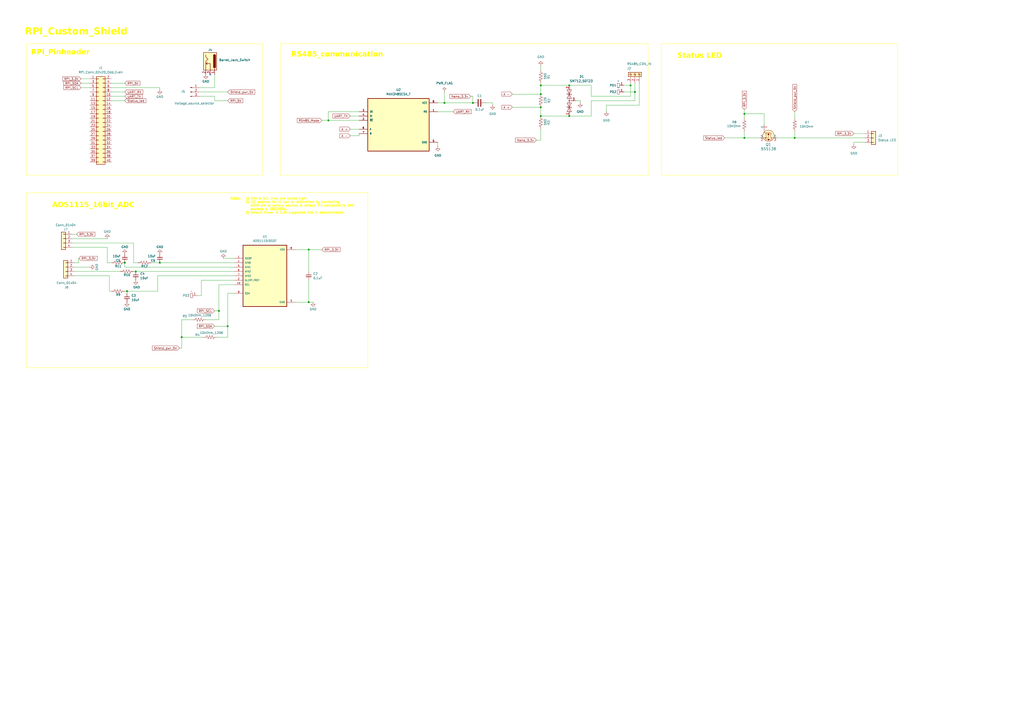
<source format=kicad_sch>
(kicad_sch (version 20231120) (generator "eeschema") (generator_version "8.0")
  (paper "A2")
  (lib_symbols
    (symbol "8_channel_logic_level_convertor:PWR_FLAG" (power) (pin_numbers hide) (pin_names (offset 0) hide)
      (property "Value" "PWR_FLAG" (at 0 3.81 0))
      (symbol "PWR_FLAG_0_0"
        (pin power_out line (at 0 0 90) (length 0) (name "pwr") (number "1"))
      )
      (symbol "PWR_FLAG_0_1"
        (polyline (pts (xy 0 0) (xy 0 1.27) (xy -1.016 1.905) (xy 0 2.54) (xy 1.016 1.905) (xy 0 1.27)))
      )
    )
    (symbol "ADS1115IDGST:ADS1115IDGST" (pin_names (offset 1.016))
      (property "Reference" "U" (at -12.7 18.78 0))
      (property "Value" "ADS1115IDGST" (at -12.7 -21.78 0))
      (symbol "ADS1115IDGST_0_0"
        (rectangle (start -12.7 -17.78) (end 12.7 17.78) (stroke (width 0.41)) (fill (type background)))
        (pin input line (at -17.78 10.16 0) (length 5.08) (name "ADDR") (number "1"))
        (pin input line (at -17.78 -5.08 0) (length 5.08) (name "SCL") (number "10"))
        (pin input line (at -17.78 -2.54 0) (length 5.08) (name "ALERT/RDY") (number "2"))
        (pin power_in line (at 17.78 -15.24 180) (length 5.08) (name "GND") (number "3"))
        (pin input line (at -17.78 7.62 0) (length 5.08) (name "AIN0") (number "4"))
        (pin input line (at -17.78 5.08 0) (length 5.08) (name "AIN1") (number "5"))
        (pin input line (at -17.78 2.54 0) (length 5.08) (name "AIN2") (number "6"))
        (pin input line (at -17.78 0 0) (length 5.08) (name "AIN3") (number "7"))
        (pin power_in line (at 17.78 15.24 180) (length 5.08) (name "VDD") (number "8"))
        (pin bidirectional line (at -17.78 -10.16 0) (length 5.08) (name "SDA") (number "9"))
      )
    )
    (symbol "Connector:Barrel_Jack_Switch" (pin_names hide)
      (property "Reference" "J" (at 0 5.334 0))
      (property "Value" "Barrel_Jack_Switch" (at 0 -5.08 0))
      (symbol "Barrel_Jack_Switch_0_1"
        (rectangle (start -5.08 3.81) (end 5.08 -3.81) (stroke (width 0.254)) (fill (type background)))
        (arc (start -3.302 3.175) (mid -3.9343 2.54) (end -3.302 1.905) (stroke (width 0.254)))
        (arc (start -3.302 3.175) (mid -3.9343 2.54) (end -3.302 1.905) (stroke (width 0.254)) (fill (type outline)))
        (polyline (pts (xy 1.27 -2.286) (xy 1.905 -1.651)) (stroke (width 0.254)))
        (polyline (pts (xy 5.08 2.54) (xy 3.81 2.54)) (stroke (width 0.254)))
        (polyline (pts (xy 5.08 0) (xy 1.27 0) (xy 1.27 -2.286) (xy 0.635 -1.651)) (stroke (width 0.254)))
        (polyline (pts (xy -3.81 -2.54) (xy -2.54 -2.54) (xy -1.27 -1.27) (xy 0 -2.54) (xy 2.54 -2.54) (xy 5.08 -2.54)) (stroke (width 0.254)))
        (rectangle (start 3.683 3.175) (end -3.302 1.905) (stroke (width 0.254)) (fill (type outline)))
      )
      (symbol "Barrel_Jack_Switch_1_1"
        (pin passive line (at 7.62 2.54 180) (length 2.54) (name "~") (number "1"))
        (pin passive line (at 7.62 -2.54 180) (length 2.54) (name "~") (number "2"))
        (pin passive line (at 7.62 0 180) (length 2.54) (name "~") (number "3"))
      )
    )
    (symbol "Connector:Conn_01x03_Pin" (pin_names (offset 1.016) hide)
      (property "Reference" "J" (at 0 5.08 0))
      (property "Value" "Conn_01x03_Pin" (at 0 -5.08 0))
      (symbol "Conn_01x03_Pin_1_1"
        (polyline (pts (xy 1.27 -2.54) (xy 0.8636 -2.54)) (stroke (width 0.1524)))
        (polyline (pts (xy 1.27 0) (xy 0.8636 0)) (stroke (width 0.1524)))
        (polyline (pts (xy 1.27 2.54) (xy 0.8636 2.54)) (stroke (width 0.1524)))
        (rectangle (start 0.8636 -2.413) (end 0 -2.667) (stroke (width 0.1524)) (fill (type outline)))
        (rectangle (start 0.8636 0.127) (end 0 -0.127) (stroke (width 0.1524)) (fill (type outline)))
        (rectangle (start 0.8636 2.667) (end 0 2.413) (stroke (width 0.1524)) (fill (type outline)))
        (pin passive line (at 5.08 2.54 180) (length 3.81) (name "Pin_1") (number "1"))
        (pin passive line (at 5.08 0 180) (length 3.81) (name "Pin_2") (number "2"))
        (pin passive line (at 5.08 -2.54 180) (length 3.81) (name "Pin_3") (number "3"))
      )
    )
    (symbol "Connector:Screw_Terminal_01x03" (pin_names (offset 1.016) hide)
      (property "Reference" "J" (at 0 5.08 0))
      (property "Value" "Screw_Terminal_01x03" (at 0 -5.08 0))
      (symbol "Screw_Terminal_01x03_1_1"
        (rectangle (start -1.27 3.81) (end 1.27 -3.81) (stroke (width 0.254)) (fill (type background)))
        (circle (center 0 -2.54) (radius 0.635) (stroke (width 0.1524)))
        (polyline (pts (xy -0.5334 -2.2098) (xy 0.3302 -3.048)) (stroke (width 0.1524)))
        (polyline (pts (xy -0.5334 0.3302) (xy 0.3302 -0.508)) (stroke (width 0.1524)))
        (polyline (pts (xy -0.5334 2.8702) (xy 0.3302 2.032)) (stroke (width 0.1524)))
        (polyline (pts (xy -0.3556 -2.032) (xy 0.508 -2.8702)) (stroke (width 0.1524)))
        (polyline (pts (xy -0.3556 0.508) (xy 0.508 -0.3302)) (stroke (width 0.1524)))
        (polyline (pts (xy -0.3556 3.048) (xy 0.508 2.2098)) (stroke (width 0.1524)))
        (circle (center 0 0) (radius 0.635) (stroke (width 0.1524)))
        (circle (center 0 2.54) (radius 0.635) (stroke (width 0.1524)))
        (pin passive line (at -5.08 2.54 0) (length 3.81) (name "Pin_1") (number "1"))
        (pin passive line (at -5.08 0 0) (length 3.81) (name "Pin_2") (number "2"))
        (pin passive line (at -5.08 -2.54 0) (length 3.81) (name "Pin_3") (number "3"))
      )
    )
    (symbol "Connector_Generic:Conn_01x03" (pin_names (offset 1.016) hide)
      (property "Reference" "J" (at 0 5.08 0))
      (property "Value" "Conn_01x03" (at 0 -5.08 0))
      (symbol "Conn_01x03_1_1"
        (rectangle (start -1.27 -2.413) (end 0 -2.667) (stroke (width 0.1524)))
        (rectangle (start -1.27 0.127) (end 0 -0.127) (stroke (width 0.1524)))
        (rectangle (start -1.27 2.667) (end 0 2.413) (stroke (width 0.1524)))
        (rectangle (start -1.27 3.81) (end 1.27 -3.81) (stroke (width 0.254)) (fill (type background)))
        (pin passive line (at -5.08 2.54 0) (length 3.81) (name "Pin_1") (number "1"))
        (pin passive line (at -5.08 0 0) (length 3.81) (name "Pin_2") (number "2"))
        (pin passive line (at -5.08 -2.54 0) (length 3.81) (name "Pin_3") (number "3"))
      )
    )
    (symbol "Connector_Generic:Conn_01x04" (pin_names (offset 1.016) hide)
      (property "Reference" "J" (at 0 5.08 0))
      (property "Value" "Conn_01x04" (at 0 -7.62 0))
      (symbol "Conn_01x04_1_1"
        (rectangle (start -1.27 -4.953) (end 0 -5.207) (stroke (width 0.1524)))
        (rectangle (start -1.27 -2.413) (end 0 -2.667) (stroke (width 0.1524)))
        (rectangle (start -1.27 0.127) (end 0 -0.127) (stroke (width 0.1524)))
        (rectangle (start -1.27 2.667) (end 0 2.413) (stroke (width 0.1524)))
        (rectangle (start -1.27 3.81) (end 1.27 -6.35) (stroke (width 0.254)) (fill (type background)))
        (pin passive line (at -5.08 2.54 0) (length 3.81) (name "Pin_1") (number "1"))
        (pin passive line (at -5.08 0 0) (length 3.81) (name "Pin_2") (number "2"))
        (pin passive line (at -5.08 -2.54 0) (length 3.81) (name "Pin_3") (number "3"))
        (pin passive line (at -5.08 -5.08 0) (length 3.81) (name "Pin_4") (number "4"))
      )
    )
    (symbol "Connector_Generic:Conn_02x20_Odd_Even" (pin_names (offset 1.016) hide)
      (property "Reference" "J" (at 1.27 25.4 0))
      (property "Value" "Conn_02x20_Odd_Even" (at 1.27 -27.94 0))
      (symbol "Conn_02x20_Odd_Even_1_1"
        (rectangle (start -1.27 -25.273) (end 0 -25.527) (stroke (width 0.1524)))
        (rectangle (start -1.27 -22.733) (end 0 -22.987) (stroke (width 0.1524)))
        (rectangle (start -1.27 -20.193) (end 0 -20.447) (stroke (width 0.1524)))
        (rectangle (start -1.27 -17.653) (end 0 -17.907) (stroke (width 0.1524)))
        (rectangle (start -1.27 -15.113) (end 0 -15.367) (stroke (width 0.1524)))
        (rectangle (start -1.27 -12.573) (end 0 -12.827) (stroke (width 0.1524)))
        (rectangle (start -1.27 -10.033) (end 0 -10.287) (stroke (width 0.1524)))
        (rectangle (start -1.27 -7.493) (end 0 -7.747) (stroke (width 0.1524)))
        (rectangle (start -1.27 -4.953) (end 0 -5.207) (stroke (width 0.1524)))
        (rectangle (start -1.27 -2.413) (end 0 -2.667) (stroke (width 0.1524)))
        (rectangle (start -1.27 0.127) (end 0 -0.127) (stroke (width 0.1524)))
        (rectangle (start -1.27 2.667) (end 0 2.413) (stroke (width 0.1524)))
        (rectangle (start -1.27 5.207) (end 0 4.953) (stroke (width 0.1524)))
        (rectangle (start -1.27 7.747) (end 0 7.493) (stroke (width 0.1524)))
        (rectangle (start -1.27 10.287) (end 0 10.033) (stroke (width 0.1524)))
        (rectangle (start -1.27 12.827) (end 0 12.573) (stroke (width 0.1524)))
        (rectangle (start -1.27 15.367) (end 0 15.113) (stroke (width 0.1524)))
        (rectangle (start -1.27 17.907) (end 0 17.653) (stroke (width 0.1524)))
        (rectangle (start -1.27 20.447) (end 0 20.193) (stroke (width 0.1524)))
        (rectangle (start -1.27 22.987) (end 0 22.733) (stroke (width 0.1524)))
        (rectangle (start -1.27 24.13) (end 3.81 -26.67) (stroke (width 0.254)) (fill (type background)))
        (rectangle (start 3.81 -25.273) (end 2.54 -25.527) (stroke (width 0.1524)))
        (rectangle (start 3.81 -22.733) (end 2.54 -22.987) (stroke (width 0.1524)))
        (rectangle (start 3.81 -20.193) (end 2.54 -20.447) (stroke (width 0.1524)))
        (rectangle (start 3.81 -17.653) (end 2.54 -17.907) (stroke (width 0.1524)))
        (rectangle (start 3.81 -15.113) (end 2.54 -15.367) (stroke (width 0.1524)))
        (rectangle (start 3.81 -12.573) (end 2.54 -12.827) (stroke (width 0.1524)))
        (rectangle (start 3.81 -10.033) (end 2.54 -10.287) (stroke (width 0.1524)))
        (rectangle (start 3.81 -7.493) (end 2.54 -7.747) (stroke (width 0.1524)))
        (rectangle (start 3.81 -4.953) (end 2.54 -5.207) (stroke (width 0.1524)))
        (rectangle (start 3.81 -2.413) (end 2.54 -2.667) (stroke (width 0.1524)))
        (rectangle (start 3.81 0.127) (end 2.54 -0.127) (stroke (width 0.1524)))
        (rectangle (start 3.81 2.667) (end 2.54 2.413) (stroke (width 0.1524)))
        (rectangle (start 3.81 5.207) (end 2.54 4.953) (stroke (width 0.1524)))
        (rectangle (start 3.81 7.747) (end 2.54 7.493) (stroke (width 0.1524)))
        (rectangle (start 3.81 10.287) (end 2.54 10.033) (stroke (width 0.1524)))
        (rectangle (start 3.81 12.827) (end 2.54 12.573) (stroke (width 0.1524)))
        (rectangle (start 3.81 15.367) (end 2.54 15.113) (stroke (width 0.1524)))
        (rectangle (start 3.81 17.907) (end 2.54 17.653) (stroke (width 0.1524)))
        (rectangle (start 3.81 20.447) (end 2.54 20.193) (stroke (width 0.1524)))
        (rectangle (start 3.81 22.987) (end 2.54 22.733) (stroke (width 0.1524)))
        (pin passive line (at -5.08 22.86 0) (length 3.81) (name "Pin_1") (number "1"))
        (pin passive line (at 7.62 12.7 180) (length 3.81) (name "Pin_10") (number "10"))
        (pin passive line (at -5.08 10.16 0) (length 3.81) (name "Pin_11") (number "11"))
        (pin passive line (at 7.62 10.16 180) (length 3.81) (name "Pin_12") (number "12"))
        (pin passive line (at -5.08 7.62 0) (length 3.81) (name "Pin_13") (number "13"))
        (pin passive line (at 7.62 7.62 180) (length 3.81) (name "Pin_14") (number "14"))
        (pin passive line (at -5.08 5.08 0) (length 3.81) (name "Pin_15") (number "15"))
        (pin passive line (at 7.62 5.08 180) (length 3.81) (name "Pin_16") (number "16"))
        (pin passive line (at -5.08 2.54 0) (length 3.81) (name "Pin_17") (number "17"))
        (pin passive line (at 7.62 2.54 180) (length 3.81) (name "Pin_18") (number "18"))
        (pin passive line (at -5.08 0 0) (length 3.81) (name "Pin_19") (number "19"))
        (pin passive line (at 7.62 22.86 180) (length 3.81) (name "Pin_2") (number "2"))
        (pin passive line (at 7.62 0 180) (length 3.81) (name "Pin_20") (number "20"))
        (pin passive line (at -5.08 -2.54 0) (length 3.81) (name "Pin_21") (number "21"))
        (pin passive line (at 7.62 -2.54 180) (length 3.81) (name "Pin_22") (number "22"))
        (pin passive line (at -5.08 -5.08 0) (length 3.81) (name "Pin_23") (number "23"))
        (pin passive line (at 7.62 -5.08 180) (length 3.81) (name "Pin_24") (number "24"))
        (pin passive line (at -5.08 -7.62 0) (length 3.81) (name "Pin_25") (number "25"))
        (pin passive line (at 7.62 -7.62 180) (length 3.81) (name "Pin_26") (number "26"))
        (pin passive line (at -5.08 -10.16 0) (length 3.81) (name "Pin_27") (number "27"))
        (pin passive line (at 7.62 -10.16 180) (length 3.81) (name "Pin_28") (number "28"))
        (pin passive line (at -5.08 -12.7 0) (length 3.81) (name "Pin_29") (number "29"))
        (pin passive line (at -5.08 20.32 0) (length 3.81) (name "Pin_3") (number "3"))
        (pin passive line (at 7.62 -12.7 180) (length 3.81) (name "Pin_30") (number "30"))
        (pin passive line (at -5.08 -15.24 0) (length 3.81) (name "Pin_31") (number "31"))
        (pin passive line (at 7.62 -15.24 180) (length 3.81) (name "Pin_32") (number "32"))
        (pin passive line (at -5.08 -17.78 0) (length 3.81) (name "Pin_33") (number "33"))
        (pin passive line (at 7.62 -17.78 180) (length 3.81) (name "Pin_34") (number "34"))
        (pin passive line (at -5.08 -20.32 0) (length 3.81) (name "Pin_35") (number "35"))
        (pin passive line (at 7.62 -20.32 180) (length 3.81) (name "Pin_36") (number "36"))
        (pin passive line (at -5.08 -22.86 0) (length 3.81) (name "Pin_37") (number "37"))
        (pin passive line (at 7.62 -22.86 180) (length 3.81) (name "Pin_38") (number "38"))
        (pin passive line (at -5.08 -25.4 0) (length 3.81) (name "Pin_39") (number "39"))
        (pin passive line (at 7.62 20.32 180) (length 3.81) (name "Pin_4") (number "4"))
        (pin passive line (at 7.62 -25.4 180) (length 3.81) (name "Pin_40") (number "40"))
        (pin passive line (at -5.08 17.78 0) (length 3.81) (name "Pin_5") (number "5"))
        (pin passive line (at 7.62 17.78 180) (length 3.81) (name "Pin_6") (number "6"))
        (pin passive line (at -5.08 15.24 0) (length 3.81) (name "Pin_7") (number "7"))
        (pin passive line (at 7.62 15.24 180) (length 3.81) (name "Pin_8") (number "8"))
        (pin passive line (at -5.08 12.7 0) (length 3.81) (name "Pin_9") (number "9"))
      )
    )
    (symbol "Device:C" (pin_numbers hide) (pin_names (offset 0.254))
      (property "Reference" "C" (at 0.635 2.54 0))
      (property "Value" "C" (at 0.635 -2.54 0))
      (symbol "C_0_1"
        (polyline (pts (xy -2.032 -0.762) (xy 2.032 -0.762)) (stroke (width 0.508)))
        (polyline (pts (xy -2.032 0.762) (xy 2.032 0.762)) (stroke (width 0.508)))
      )
      (symbol "C_1_1"
        (pin passive line (at 0 3.81 270) (length 2.794) (name "~") (number "1"))
        (pin passive line (at 0 -3.81 90) (length 2.794) (name "~") (number "2"))
      )
    )
    (symbol "Device:C_Small" (pin_numbers hide) (pin_names (offset 0.254) hide)
      (property "Reference" "C" (at 0.254 1.778 0))
      (property "Value" "C_Small" (at 0.254 -2.032 0))
      (symbol "C_Small_0_1"
        (polyline (pts (xy -1.524 -0.508) (xy 1.524 -0.508)) (stroke (width 0.3302)))
        (polyline (pts (xy -1.524 0.508) (xy 1.524 0.508)) (stroke (width 0.3048)))
      )
      (symbol "C_Small_1_1"
        (pin passive line (at 0 2.54 270) (length 2.032) (name "~") (number "1"))
        (pin passive line (at 0 -2.54 90) (length 2.032) (name "~") (number "2"))
      )
    )
    (symbol "Device:R_US" (pin_numbers hide) (pin_names (offset 0))
      (property "Reference" "R" (at 2.54 0 90))
      (property "Value" "R_US" (at -2.54 0 90))
      (symbol "R_US_0_1"
        (polyline (pts (xy 0 -2.286) (xy 0 -2.54)))
        (polyline (pts (xy 0 2.286) (xy 0 2.54)))
        (polyline (pts (xy 0 -0.762) (xy 1.016 -1.143) (xy 0 -1.524) (xy -1.016 -1.905) (xy 0 -2.286)))
        (polyline (pts (xy 0 0.762) (xy 1.016 0.381) (xy 0 0) (xy -1.016 -0.381) (xy 0 -0.762)))
        (polyline (pts (xy 0 2.286) (xy 1.016 1.905) (xy 0 1.524) (xy -1.016 1.143) (xy 0 0.762)))
      )
      (symbol "R_US_1_1"
        (pin passive line (at 0 3.81 270) (length 1.27) (name "~") (number "1"))
        (pin passive line (at 0 -3.81 90) (length 1.27) (name "~") (number "2"))
      )
    )
    (symbol "Diode:SM712_SOT23" (pin_names (offset 1.016) hide)
      (property "Reference" "D" (at 0 4.445 0))
      (property "Value" "SM712_SOT23" (at 0 2.54 0))
      (symbol "SM712_SOT23_0_0"
        (polyline (pts (xy 0 -1.27) (xy 0 0)))
      )
      (symbol "SM712_SOT23_0_1"
        (polyline (pts (xy -6.35 0) (xy 6.35 0)))
        (polyline (pts (xy -3.302 1.27) (xy -3.81 1.27) (xy -3.81 -1.27) (xy -4.318 -1.27)) (stroke (width 0.2032)))
        (polyline (pts (xy 4.318 1.27) (xy 3.81 1.27) (xy 3.81 -1.27) (xy 3.302 -1.27)) (stroke (width 0.2032)))
        (polyline (pts (xy -6.35 -1.27) (xy -1.27 1.27) (xy -1.27 -1.27) (xy -6.35 1.27) (xy -6.35 -1.27)) (stroke (width 0.2032)))
        (polyline (pts (xy 1.27 -1.27) (xy 1.27 1.27) (xy 6.35 -1.27) (xy 6.35 1.27) (xy 1.27 -1.27)) (stroke (width 0.2032)))
        (circle (center 0 0) (radius 0.254) (fill (type outline)))
      )
      (symbol "SM712_SOT23_1_1"
        (pin passive line (at -8.89 0 0) (length 2.54) (name "A1") (number "1"))
        (pin passive line (at 8.89 0 180) (length 2.54) (name "A2") (number "2"))
        (pin input line (at 0 -3.81 90) (length 2.54) (name "common") (number "3"))
      )
    )
    (symbol "MAX3485:MAX3485ESA_T" (pin_names (offset 1.016))
      (property "Reference" "U" (at -17.78 16.24 0))
      (property "Value" "MAX3485ESA_T" (at -17.78 -19.24 0))
      (symbol "MAX3485ESA_T_0_0"
        (rectangle (start -17.78 -15.24) (end 17.78 15.24) (stroke (width 0.41)) (fill (type background)))
        (pin output line (at 22.86 7.62 180) (length 5.08) (name "RO") (number "1"))
        (pin input line (at -22.86 2.54 0) (length 5.08) (name "~{RE}") (number "2"))
        (pin input line (at -22.86 7.62 0) (length 5.08) (name "DE") (number "3"))
        (pin input line (at -22.86 5.08 0) (length 5.08) (name "DI") (number "4"))
        (pin power_in line (at 22.86 -10.16 180) (length 5.08) (name "GND") (number "5"))
        (pin bidirectional line (at -22.86 -2.54 0) (length 5.08) (name "A") (number "6"))
        (pin bidirectional line (at -22.86 -5.08 0) (length 5.08) (name "B") (number "7"))
        (pin power_in line (at 22.86 12.7 180) (length 5.08) (name "VCC") (number "8"))
      )
    )
    (symbol "Soldering_pad_5.0x5.0mm:soldering_pad"
      (property "Reference" "PD" (at -0.508 2.286 0))
      (symbol "soldering_pad_0_1"
        (rectangle (start -1.27 1.27) (end 0 -1.27))
      )
      (symbol "soldering_pad_1_1"
        (pin bidirectional line (at -3.81 0 0) (length 2.54) (name "") (number "1"))
      )
    )
    (symbol "dk_Transistors-FETs-MOSFETs-Single:BSS138" (pin_names (offset 0))
      (property "Reference" "Q" (at -2.6924 3.6322 0))
      (property "Value" "BSS138" (at 3.4544 0 90))
      (symbol "BSS138_0_1"
        (circle (center -1.27 0) (radius 3.302) (fill (type background)))
        (circle (center 0 -1.905) (radius 0.127))
        (circle (center 0 -1.397) (radius 0.127))
        (polyline (pts (xy 0 -1.397) (xy -2.54 -1.397)))
        (polyline (pts (xy -5.08 -2.54) (xy -3.048 -2.54) (xy -3.048 1.397)))
        (polyline (pts (xy 0 -2.54) (xy 0 0) (xy -2.54 0)))
        (polyline (pts (xy 0 2.54) (xy 0 1.397) (xy -2.54 1.397)))
        (polyline (pts (xy -0.127 -1.905) (xy 1.016 -1.905) (xy 1.016 1.397) (xy 1.016 1.905) (xy -0.127 1.905)))
        (circle (center 0 1.905) (radius 0.127))
      )
      (symbol "BSS138_1_1"
        (polyline (pts (xy -2.54 -1.397) (xy -2.54 -1.905)))
        (polyline (pts (xy -2.54 -1.397) (xy -2.54 -0.889)))
        (polyline (pts (xy -2.54 0) (xy -2.54 -0.508)))
        (polyline (pts (xy -2.54 0) (xy -2.54 0.508)))
        (polyline (pts (xy -2.54 1.905) (xy -2.54 0.889)))
        (polyline (pts (xy 1.524 0.508) (xy 0.508 0.508)))
        (polyline (pts (xy -2.54 0) (xy -1.778 0.508) (xy -1.778 -0.508) (xy -2.54 0)) (fill (type outline)))
        (polyline (pts (xy 1.016 0.508) (xy 0.508 -0.254) (xy 1.524 -0.254) (xy 1.016 0.508)) (fill (type outline)))
        (pin bidirectional line (at -7.62 -2.54 0) (length 2.54) (name "G") (number "1"))
        (pin bidirectional line (at 0 -5.08 90) (length 2.54) (name "S") (number "2"))
        (pin bidirectional line (at 0 5.08 270) (length 2.54) (name "D") (number "3"))
      )
    )
    (symbol "power:GND" (power) (pin_numbers hide) (pin_names (offset 0) hide)
      (property "Value" "GND" (at 0 -3.81 0))
      (symbol "GND_0_1"
        (polyline (pts (xy 0 0) (xy 0 -1.27) (xy 1.27 -1.27) (xy 0 -2.54) (xy -1.27 -1.27) (xy 0 -1.27)))
      )
      (symbol "GND_1_1"
        (pin power_in line (at 0 0 270) (length 0) (name "~") (number "1"))
      )
    )
  )
  (junction (at 368.3 53.34))
  (junction (at 313.69 67.31))
  (junction (at 431.8 66.04))
  (junction (at 179.07 175.26))
  (junction (at 72.39 152.4))
  (junction (at 92.71 152.4))
  (junction (at 313.69 49.53))
  (junction (at 257.81 59.69))
  (junction (at 274.32 59.69))
  (junction (at 431.8 80.01))
  (junction (at 330.2 49.53))
  (junction (at 127 180.34))
  (junction (at 179.07 144.78))
  (junction (at 73.66 168.91))
  (junction (at 365.76 49.53))
  (junction (at 313.69 54.61))
  (junction (at 313.69 62.23))
  (junction (at 461.01 80.01))
  (junction (at 105.41 195.58))
  (junction (at 78.74 157.48))
  (junction (at 190.5 69.85))
  (junction (at 132.08 189.23))
  (junction (at 330.2 67.31))
  (no_connect (at 121.92 43.18))
  (wire (pts (xy 297.18 54.61) (xy 313.69 54.61)))
  (wire (pts (xy 461.01 76.2) (xy 461.01 80.01)))
  (wire (pts (xy 124.46 189.23) (xy 132.08 189.23)))
  (wire (pts (xy 351.79 64.77) (xy 351.79 60.96)))
  (wire (pts (xy 46.99 50.8) (xy 52.07 50.8)))
  (wire (pts (xy 127 185.42) (xy 127 180.34)))
  (wire (pts (xy 46.99 45.72) (xy 52.07 45.72)))
  (wire (pts (xy 132.08 189.23) (xy 132.08 195.58)))
  (wire (pts (xy 132.08 170.18) (xy 135.89 170.18)))
  (wire (pts (xy 45.72 149.86) (xy 45.72 152.4)))
  (wire (pts (xy 443.23 66.04) (xy 443.23 72.39)))
  (wire (pts (xy 62.23 143.51) (xy 62.23 152.4)))
  (wire (pts (xy 361.95 53.34) (xy 368.3 53.34)))
  (wire (pts (xy 431.8 66.04) (xy 431.8 68.58)))
  (wire (pts (xy 124.46 58.42) (xy 124.46 55.88)))
  (wire (pts (xy 179.07 162.56) (xy 179.07 175.26)))
  (wire (pts (xy 45.72 152.4) (xy 43.18 152.4)))
  (wire (pts (xy 365.76 49.53) (xy 365.76 48.26)))
  (wire (pts (xy 342.9 55.88) (xy 365.76 55.88)))
  (wire (pts (xy 72.39 154.94) (xy 135.89 154.94)))
  (wire (pts (xy 179.07 175.26) (xy 181.61 175.26)))
  (wire (pts (xy 63.5 168.91) (xy 63.5 160.02)))
  (wire (pts (xy 420.37 80.01) (xy 431.8 80.01)))
  (wire (pts (xy 124.46 55.88) (xy 115.57 55.88)))
  (wire (pts (xy 311.15 81.28) (xy 313.69 81.28)))
  (wire (pts (xy 330.2 49.53) (xy 342.9 49.53)))
  (wire (pts (xy 125.73 195.58) (xy 132.08 195.58)))
  (wire (pts (xy 254 82.55) (xy 254 85.09)))
  (wire (pts (xy 313.69 48.26) (xy 313.69 49.53)))
  (wire (pts (xy 431.8 80.01) (xy 440.69 80.01)))
  (wire (pts (xy 64.77 53.34) (xy 72.39 53.34)))
  (wire (pts (xy 63.5 160.02) (xy 43.18 160.02)))
  (wire (pts (xy 92.71 50.8) (xy 92.71 52.07)))
  (wire (pts (xy 431.8 80.01) (xy 431.8 76.2)))
  (wire (pts (xy 124.46 58.42) (xy 132.08 58.42)))
  (wire (pts (xy 64.77 58.42) (xy 72.39 58.42)))
  (wire (pts (xy 342.9 58.42) (xy 342.9 67.31)))
  (wire (pts (xy 46.99 48.26) (xy 52.07 48.26)))
  (wire (pts (xy 257.81 53.34) (xy 257.81 59.69)))
  (wire (pts (xy 72.39 152.4) (xy 72.39 154.94)))
  (wire (pts (xy 77.47 157.48) (xy 78.74 157.48)))
  (wire (pts (xy 368.3 58.42) (xy 368.3 53.34)))
  (wire (pts (xy 127 165.1) (xy 135.89 165.1)))
  (wire (pts (xy 208.28 64.77) (xy 190.5 64.77)))
  (wire (pts (xy 64.77 55.88) (xy 72.39 55.88)))
  (wire (pts (xy 334.01 58.42) (xy 336.55 58.42)))
  (wire (pts (xy 186.69 69.85) (xy 190.5 69.85)))
  (wire (pts (xy 73.66 168.91) (xy 91.44 168.91)))
  (wire (pts (xy 281.94 59.69) (xy 285.75 59.69)))
  (wire (pts (xy 41.91 143.51) (xy 62.23 143.51)))
  (wire (pts (xy 254 59.69) (xy 257.81 59.69)))
  (wire (pts (xy 461.01 64.77) (xy 461.01 68.58)))
  (wire (pts (xy 365.76 49.53) (xy 365.76 55.88)))
  (wire (pts (xy 342.9 49.53) (xy 342.9 55.88)))
  (wire (pts (xy 41.91 135.89) (xy 44.45 135.89)))
  (wire (pts (xy 78.74 157.48) (xy 135.89 157.48)))
  (wire (pts (xy 431.8 66.04) (xy 443.23 66.04)))
  (wire (pts (xy 91.44 168.91) (xy 91.44 160.02)))
  (wire (pts (xy 116.84 162.56) (xy 135.89 162.56)))
  (wire (pts (xy 105.41 195.58) (xy 105.41 201.93)))
  (wire (pts (xy 77.47 140.97) (xy 77.47 152.4)))
  (wire (pts (xy 132.08 53.34) (xy 115.57 53.34)))
  (wire (pts (xy 105.41 185.42) (xy 105.41 195.58)))
  (wire (pts (xy 124.46 43.18) (xy 124.46 50.8)))
  (wire (pts (xy 313.69 81.28) (xy 313.69 74.93)))
  (wire (pts (xy 313.69 67.31) (xy 330.2 67.31)))
  (wire (pts (xy 190.5 64.77) (xy 190.5 69.85)))
  (wire (pts (xy 87.63 152.4) (xy 92.71 152.4)))
  (wire (pts (xy 73.66 170.18) (xy 73.66 168.91)))
  (wire (pts (xy 116.84 171.45) (xy 116.84 162.56)))
  (wire (pts (xy 62.23 152.4) (xy 64.77 152.4)))
  (wire (pts (xy 254 64.77) (xy 262.89 64.77)))
  (wire (pts (xy 297.18 62.23) (xy 313.69 62.23)))
  (wire (pts (xy 495.3 82.55) (xy 501.65 82.55)))
  (wire (pts (xy 342.9 58.42) (xy 368.3 58.42)))
  (wire (pts (xy 64.77 48.26) (xy 72.39 48.26)))
  (wire (pts (xy 336.55 58.42) (xy 336.55 59.69)))
  (wire (pts (xy 104.14 201.93) (xy 105.41 201.93)))
  (wire (pts (xy 461.01 80.01) (xy 501.65 80.01)))
  (wire (pts (xy 431.8 63.5) (xy 431.8 66.04)))
  (wire (pts (xy 361.95 49.53) (xy 365.76 49.53)))
  (wire (pts (xy 370.84 60.96) (xy 370.84 48.26)))
  (wire (pts (xy 171.45 175.26) (xy 179.07 175.26)))
  (wire (pts (xy 105.41 195.58) (xy 118.11 195.58)))
  (wire (pts (xy 313.69 49.53) (xy 313.69 54.61)))
  (wire (pts (xy 72.39 168.91) (xy 73.66 168.91)))
  (wire (pts (xy 342.9 67.31) (xy 330.2 67.31)))
  (wire (pts (xy 43.18 154.94) (xy 52.07 154.94)))
  (wire (pts (xy 171.45 144.78) (xy 179.07 144.78)))
  (wire (pts (xy 257.81 59.69) (xy 274.32 59.69)))
  (wire (pts (xy 132.08 170.18) (xy 132.08 189.23)))
  (wire (pts (xy 285.75 59.69) (xy 285.75 60.96)))
  (wire (pts (xy 64.77 50.8) (xy 92.71 50.8)))
  (wire (pts (xy 179.07 144.78) (xy 179.07 157.48)))
  (wire (pts (xy 63.5 168.91) (xy 64.77 168.91)))
  (wire (pts (xy 92.71 152.4) (xy 135.89 152.4)))
  (wire (pts (xy 43.18 157.48) (xy 69.85 157.48)))
  (wire (pts (xy 368.3 53.34) (xy 368.3 48.26)))
  (wire (pts (xy 115.57 50.8) (xy 124.46 50.8)))
  (wire (pts (xy 127 180.34) (xy 127 165.1)))
  (wire (pts (xy 351.79 60.96) (xy 370.84 60.96)))
  (wire (pts (xy 114.3 171.45) (xy 116.84 171.45)))
  (wire (pts (xy 203.2 78.74) (xy 208.28 78.74)))
  (wire (pts (xy 41.91 138.43) (xy 62.23 138.43)))
  (wire (pts (xy 124.46 180.34) (xy 127 180.34)))
  (wire (pts (xy 450.85 80.01) (xy 461.01 80.01)))
  (wire (pts (xy 330.2 49.53) (xy 313.69 49.53)))
  (wire (pts (xy 41.91 140.97) (xy 77.47 140.97)))
  (wire (pts (xy 495.3 83.82) (xy 495.3 82.55)))
  (wire (pts (xy 179.07 144.78) (xy 186.69 144.78)))
  (wire (pts (xy 495.3 77.47) (xy 501.65 77.47)))
  (wire (pts (xy 111.76 185.42) (xy 105.41 185.42)))
  (wire (pts (xy 273.05 55.88) (xy 274.32 55.88)))
  (wire (pts (xy 190.5 69.85) (xy 208.28 69.85)))
  (wire (pts (xy 203.2 74.93) (xy 208.28 74.93)))
  (wire (pts (xy 119.38 185.42) (xy 127 185.42)))
  (wire (pts (xy 91.44 160.02) (xy 135.89 160.02)))
  (wire (pts (xy 313.69 62.23) (xy 313.69 67.31)))
  (wire (pts (xy 208.28 78.74) (xy 208.28 77.47)))
  (wire (pts (xy 129.54 149.86) (xy 135.89 149.86)))
  (wire (pts (xy 203.2 67.31) (xy 208.28 67.31)))
  (wire (pts (xy 274.32 55.88) (xy 274.32 59.69)))
  (wire (pts (xy 313.69 38.1) (xy 313.69 40.64)))
  (wire (pts (xy 77.47 152.4) (xy 80.01 152.4)))
  (rectangle (start 383.54 25.4) (end 520.7 101.6) (stroke (width 0) (color 255 255 0 1)))
  (rectangle (start 15.24 111.76) (end 213.36 213.36) (stroke (width 0) (color 255 255 0 1)))
  (rectangle (start 162.56 25.4) (end 375.92 101.6) (stroke (width 0) (color 255 255 0 1)))
  (rectangle (start 15.24 25.4) (end 152.4 101.6) (stroke (width 0) (color 255 255 0 1)))
  (text "RPI_Pinheader" (at 35.052 31.242 0) (effects (font (size 3 3) (thickness 0.254) (bold yes))))
  (text "1) SDA & SCL lines are pulled high.\n2) I2C address for IC can be determined by connecting \n   ADDR pin to various sources & default it's connected to GND \n   address is 1001000b.\n3) Default Power is 3.3V suggested into IC documentation." (at 142.24 114.554 0) (effects (font (size 1.27 1.27) (bold yes)) (justify left top)))
  (text "ADS1115_16bit_ADC" (at 54.102 119.888 0) (effects (font (size 3 3) (thickness 0.254) (bold yes))))
  (text "RPI_Custom_Shield" (at 44.196 19.558 0) (effects (font (size 4 4) (thickness 0.254) (bold yes))))
  (text "Status LED" (at 405.892 33.274 0) (effects (font (size 3 3) (thickness 0.254) (bold yes))))
  (text "Note: " (at 137.16 115.316 0) (effects (font (size 1.5 1.5) (bold yes))))
  (text "RS485_communication" (at 195.58 32.512 0) (effects (font (size 3 3) (thickness 0.254) (bold yes))))
  (global_label "Status_led" (shape input) (at 420.37 80.01 180) (property "Intersheetrefs" "${INTERSHEET_REFS}" (effects (hide yes))))
  (global_label "Shield_pwr_5V" (shape input) (at 104.14 201.93 180) (property "Intersheetrefs" "${INTERSHEET_REFS}" (effects (hide yes))))
  (global_label "UART_TX" (shape input) (at 72.39 55.88 0) (property "Intersheetrefs" "${INTERSHEET_REFS}" (effects (hide yes))))
  (global_label "A -" (shape input) (at 297.18 54.61 180) (property "Intersheetrefs" "${INTERSHEET_REFS}" (effects (hide yes))))
  (global_label "RPI_3.3V" (shape input) (at 46.99 45.72 180) (property "Intersheetrefs" "${INTERSHEET_REFS}" (effects (hide yes))))
  (global_label "RPI_SDA" (shape input) (at 124.46 189.23 180) (property "Intersheetrefs" "${INTERSHEET_REFS}" (effects (hide yes))))
  (global_label "Nano_3.3v" (shape input) (at 311.15 81.28 180) (property "Intersheetrefs" "${INTERSHEET_REFS}" (effects (hide yes))))
  (global_label "RPI_3.3V" (shape input) (at 495.3 77.47 180) (property "Intersheetrefs" "${INTERSHEET_REFS}" (effects (hide yes))))
  (global_label "RPI_SCL" (shape input) (at 46.99 50.8 180) (property "Intersheetrefs" "${INTERSHEET_REFS}" (effects (hide yes))))
  (global_label "UART_RX" (shape input) (at 72.39 53.34 0) (property "Intersheetrefs" "${INTERSHEET_REFS}" (effects (hide yes))))
  (global_label "A +" (shape input) (at 297.18 62.23 180) (property "Intersheetrefs" "${INTERSHEET_REFS}" (effects (hide yes))))
  (global_label "RPI_SDA" (shape input) (at 46.99 48.26 180) (property "Intersheetrefs" "${INTERSHEET_REFS}" (effects (hide yes))))
  (global_label "A -" (shape input) (at 203.2 78.74 180) (property "Intersheetrefs" "${INTERSHEET_REFS}" (effects (hide yes))))
  (global_label "UART_TX" (shape input) (at 203.2 67.31 180) (property "Intersheetrefs" "${INTERSHEET_REFS}" (effects (hide yes))))
  (global_label "RPI_SCL" (shape input) (at 124.46 180.34 180) (property "Intersheetrefs" "${INTERSHEET_REFS}" (effects (hide yes))))
  (global_label "Shield_pwr_5V" (shape input) (at 461.01 64.77 90) (property "Intersheetrefs" "${INTERSHEET_REFS}" (effects (hide yes))))
  (global_label "RPI_3.3V" (shape input) (at 45.72 149.86 0) (property "Intersheetrefs" "${INTERSHEET_REFS}" (effects (hide yes))))
  (global_label "RPI_5V" (shape input) (at 132.08 58.42 0) (property "Intersheetrefs" "${INTERSHEET_REFS}" (effects (hide yes))))
  (global_label "RPI_3.3V" (shape input) (at 44.45 135.89 0) (property "Intersheetrefs" "${INTERSHEET_REFS}" (effects (hide yes))))
  (global_label "RPI_3.3V" (shape input) (at 186.69 144.78 0) (property "Intersheetrefs" "${INTERSHEET_REFS}" (effects (hide yes))))
  (global_label "Status_led" (shape input) (at 72.39 58.42 0) (property "Intersheetrefs" "${INTERSHEET_REFS}" (effects (hide yes))))
  (global_label "RPI_5V" (shape input) (at 72.39 48.26 0) (property "Intersheetrefs" "${INTERSHEET_REFS}" (effects (hide yes))))
  (global_label "UART_RX" (shape input) (at 262.89 64.77 0) (property "Intersheetrefs" "${INTERSHEET_REFS}" (effects (hide yes))))
  (global_label "RS485_Mode" (shape input) (at 186.69 69.85 180) (property "Intersheetrefs" "${INTERSHEET_REFS}" (effects (hide yes))))
  (global_label "Nano_3.3v" (shape input) (at 273.05 55.88 180) (property "Intersheetrefs" "${INTERSHEET_REFS}" (effects (hide yes))))
  (global_label "A +" (shape input) (at 203.2 74.93 180) (property "Intersheetrefs" "${INTERSHEET_REFS}" (effects (hide yes))))
  (global_label "Shield_pwr_5V" (shape input) (at 132.08 53.34 0) (property "Intersheetrefs" "${INTERSHEET_REFS}" (effects (hide yes))))
  (global_label "RPI_3.3V" (shape input) (at 431.8 63.5 90) (property "Intersheetrefs" "${INTERSHEET_REFS}" (effects (hide yes))))
  (symbol (lib_id "power:GND") (at 72.39 147.32 180) (unit 1)
    (property "Reference" "#PWR015" (effects (hide yes)))
    (property "Value" "GND" (at 72.39 143.256 0))
    (property "Description" "Power symbol creates a global label with name \"GND\" , ground" (effects (hide yes)))
  )
  (symbol (lib_id "Device:C_Small") (at 73.66 172.72 0) (unit 1)
    (property "Reference" "C3" (at 76.2 171.4562 0) (effects (justify left)))
    (property "Value" "10uf" (at 76.2 173.9962 0) (effects (justify left)))
    (property "Footprint" "Capacitor_SMD:C_0805_2012Metric_Pad1.18x1.45mm_HandSolder" (effects (hide yes)))
    (property "Description" "Unpolarized capacitor, small symbol" (effects (hide yes)))
  )
  (symbol (lib_id "power:GND") (at 92.71 52.07 0) (unit 1)
    (property "Reference" "#PWR06" (effects (hide yes)))
    (property "Value" "GND" (at 92.71 56.134 0))
    (property "Description" "Power symbol creates a global label with name \"GND\" , ground" (effects (hide yes)))
  )
  (symbol (lib_id "Soldering_pad_5.0x5.0mm:soldering_pad") (at 110.49 171.45 180) (unit 1)
    (property "Reference" "PD3" (at 107.95 171.45 0))
    (property "Value" "~" (at 111.125 168.91 0))
    (property "Footprint" "Soldering_pad_5.0x5.0mm:pad_2x2mm" (effects (hide yes)))
  )
  (symbol (lib_id "power:GND") (at 336.55 59.69 0) (unit 1)
    (property "Reference" "#PWR04" (effects (hide yes)))
    (property "Value" "GND" (at 336.55 64.77 0))
    (property "Description" "Power symbol creates a global label with name \"GND\" , ground" (effects (hide yes)))
  )
  (symbol (lib_id "ADS1115IDGST:ADS1115IDGST") (at 153.67 160.02 0) (unit 1)
    (property "Reference" "U1" (at 153.67 137.16 0))
    (property "Value" "ADS1115IDGST" (at 153.67 139.7 0))
    (property "Footprint" "ADS1115IDGST:SOP50P490X110-10N" (effects (hide yes)))
    (property "MF" "Texas Instruments" (effects (hide yes)))
    (property "Description_1" "\n                        \n                            16-bit, 860-SPS, 4-channel, delta-sigma ADC with PGA, oscillator, VREF, comparator and I2C\n                        \n" (effects (hide yes)))
    (property "Package" "VSSOP-10 Texas Instruments" (effects (hide yes)))
    (property "Price" "None" (effects (hide yes)))
    (property "SnapEDA_Link" "https://www.snapeda.com/parts/ADS1115IDGST/Texas+Instruments/view-part/?ref=snap" (effects (hide yes)))
    (property "MP" "ADS1115IDGST" (effects (hide yes)))
    (property "Availability" "In Stock" (effects (hide yes)))
    (property "Check_prices" "https://www.snapeda.com/parts/ADS1115IDGST/Texas+Instruments/view-part/?ref=eda" (effects (hide yes)))
  )
  (symbol (lib_id "Device:C_Small") (at 72.39 149.86 180) (unit 1)
    (property "Reference" "C5" (at 69.85 151.1238 0) (effects (justify left)))
    (property "Value" "10uf" (at 69.85 148.5838 0) (effects (justify left)))
    (property "Footprint" "Capacitor_SMD:C_0805_2012Metric_Pad1.18x1.45mm_HandSolder" (effects (hide yes)))
    (property "Description" "Unpolarized capacitor, small symbol" (effects (hide yes)))
  )
  (symbol (lib_id "power:GND") (at 52.07 154.94 90) (unit 1)
    (property "Reference" "#PWR012" (effects (hide yes)))
    (property "Value" "GND" (at 56.134 154.94 0))
    (property "Description" "Power symbol creates a global label with name \"GND\" , ground" (effects (hide yes)))
  )
  (symbol (lib_id "Soldering_pad_5.0x5.0mm:soldering_pad") (at 358.14 49.53 180) (unit 1)
    (property "Reference" "PD1" (at 355.6 49.53 0))
    (property "Value" "~" (at 358.775 46.99 0))
    (property "Footprint" "Soldering_pad_5.0x5.0mm:pad_2x2mm" (effects (hide yes)))
  )
  (symbol (lib_id "power:GND") (at 181.61 175.26 0) (unit 1)
    (property "Reference" "#PWR08" (effects (hide yes)))
    (property "Value" "GND" (at 181.61 179.324 0))
    (property "Description" "Power symbol creates a global label with name \"GND\" , ground" (effects (hide yes)))
  )
  (symbol (lib_id "Device:R_US") (at 115.57 185.42 90) (unit 1)
    (property "Reference" "R5" (at 107.188 183.388 90))
    (property "Value" "10kOhm_1206" (at 115.824 182.88 90))
    (property "Footprint" "Resistor_SMD:R_0805_2012Metric_Pad1.20x1.40mm_HandSolder" (effects (hide yes)))
    (property "Description" "Resistor, US symbol" (effects (hide yes)))
  )
  (symbol (lib_id "dk_Transistors-FETs-MOSFETs-Single:BSS138") (at 445.77 80.01 270) (unit 1)
    (property "Reference" "Q1" (at 445.77 83.82 90) (effects (font (size 1.524 1.524))))
    (property "Value" "BSS138" (at 445.77 86.36 90) (effects (font (size 1.524 1.524))))
    (property "Footprint" "Package_TO_SOT_SMD:SOT-23-3" (effects (hide yes)))
    (property "Datasheet" "https://www.onsemi.com/pub/Collateral/BSS138-D.PDF" (effects (hide yes)))
    (property "Description" "MOSFET N-CH 50V 220MA SOT-23" (effects (hide yes)))
    (property "MPN" "BSS138" (effects (hide yes)))
    (property "Category" "Discrete Semiconductor Products" (effects (hide yes)))
    (property "Family" "Transistors - FETs, MOSFETs - Single" (effects (hide yes)))
    (property "DK_Datasheet_Link" "https://www.onsemi.com/pub/Collateral/BSS138-D.PDF" (effects (hide yes)))
    (property "DK_Detail_Page" "/product-detail/en/on-semiconductor/BSS138/BSS138CT-ND/244294" (effects (hide yes)))
    (property "Description_1" "MOSFET N-CH 50V 220MA SOT-23" (effects (hide yes)))
    (property "Manufacturer" "ON Semiconductor" (effects (hide yes)))
    (property "Status" "Active" (effects (hide yes)))
  )
  (symbol (lib_id "Device:R_US") (at 431.8 72.39 180) (unit 1)
    (property "Reference" "R8" (at 425.958 70.866 0))
    (property "Value" "10KOhm" (at 425.704 73.152 0))
    (property "Footprint" "Resistor_SMD:R_0805_2012Metric_Pad1.20x1.40mm_HandSolder" (effects (hide yes)))
    (property "Description" "Resistor, US symbol" (effects (hide yes)))
  )
  (symbol (lib_id "Device:C_Small") (at 92.71 149.86 180) (unit 1)
    (property "Reference" "C6" (at 90.17 151.1238 0) (effects (justify left)))
    (property "Value" "10uf" (at 90.17 148.5838 0) (effects (justify left)))
    (property "Footprint" "Capacitor_SMD:C_0805_2012Metric_Pad1.18x1.45mm_HandSolder" (effects (hide yes)))
    (property "Description" "Unpolarized capacitor, small symbol" (effects (hide yes)))
  )
  (symbol (lib_id "Connector:Screw_Terminal_01x03") (at 368.3 43.18 270) (mirror x) (unit 1)
    (property "Reference" "J2" (at 363.728 39.624 90) (effects (justify left)))
    (property "Value" "RS485_CON_IN" (at 363.728 37.084 90) (effects (justify left)))
    (property "Footprint" "TerminalBlock_Phoenix:TerminalBlock_Phoenix_MKDS-1,5-3-5.08_1x03_P5.08mm_Horizontal" (effects (hide yes)))
    (property "Description" "Generic screw terminal, single row, 01x03, script generated (kicad-library-utils/schlib/autogen/connector/)" (effects (hide yes)))
  )
  (symbol (lib_id "Connector_Generic:Conn_02x20_Odd_Even") (at 57.15 68.58 0) (unit 1)
    (property "Reference" "J1" (at 58.42 39.37 0))
    (property "Value" "RPI_Conn_02x20_Odd_Even" (at 58.42 41.91 0))
    (property "Footprint" "Connector_PinSocket_2.54mm:PinSocket_2x20_P2.54mm_Vertical" (effects (hide yes)))
    (property "Description" "Generic connector, double row, 02x20, odd/even pin numbering scheme (row 1 odd numbers, row 2 even numbers), script generated (kicad-library-utils/schlib/autogen/connector/)" (effects (hide yes)))
  )
  (symbol (lib_id "power:GND") (at 78.74 162.56 0) (unit 1)
    (property "Reference" "#PWR014" (effects (hide yes)))
    (property "Value" "GND" (at 79.248 166.624 0))
    (property "Description" "Power symbol creates a global label with name \"GND\" , ground" (effects (hide yes)))
  )
  (symbol (lib_id "Device:R_US") (at 313.69 71.12 180) (unit 1)
    (property "Reference" "R3" (at 318.262 71.12 90))
    (property "Value" "560" (at 316.23 70.866 90))
    (property "Footprint" "Resistor_SMD:R_0805_2012Metric_Pad1.20x1.40mm_HandSolder" (effects (hide yes)))
    (property "Description" "Resistor, US symbol" (effects (hide yes)))
  )
  (symbol (lib_id "power:GND") (at 73.66 175.26 0) (unit 1)
    (property "Reference" "#PWR013" (effects (hide yes)))
    (property "Value" "GND" (at 73.66 179.324 0))
    (property "Description" "Power symbol creates a global label with name \"GND\" , ground" (effects (hide yes)))
  )
  (symbol (lib_id "power:GND") (at 62.23 138.43 180) (unit 1)
    (property "Reference" "#PWR011" (effects (hide yes)))
    (property "Value" "GND" (at 62.23 134.366 0))
    (property "Description" "Power symbol creates a global label with name \"GND\" , ground" (effects (hide yes)))
  )
  (symbol (lib_id "Diode:SM712_SOT23") (at 330.2 58.42 90) (unit 1)
    (property "Reference" "D1" (at 338.836 44.45 90) (effects (justify left)))
    (property "Value" "SM712_SOT23" (at 343.916 46.99 90) (effects (justify left)))
    (property "Footprint" "Package_TO_SOT_SMD:SOT-23" (effects (hide yes)))
    (property "Datasheet" "https://www.littelfuse.com/~/media/electronics/datasheets/tvs_diode_arrays/littelfuse_tvs_diode_array_sm712_datasheet.pdf.pdf" (effects (hide yes)))
    (property "Description" "7V/12V, 600W Asymmetrical TVS Diode Array, SOT-23" (effects (hide yes)))
  )
  (symbol (lib_id "power:GND") (at 92.71 147.32 180) (unit 1)
    (property "Reference" "#PWR016" (effects (hide yes)))
    (property "Value" "GND" (at 92.71 143.256 0))
    (property "Description" "Power symbol creates a global label with name \"GND\" , ground" (effects (hide yes)))
  )
  (symbol (lib_id "power:GND") (at 129.54 149.86 180) (unit 1)
    (property "Reference" "#PWR09" (effects (hide yes)))
    (property "Value" "GND" (at 129.54 145.796 0))
    (property "Description" "Power symbol creates a global label with name \"GND\" , ground" (effects (hide yes)))
  )
  (symbol (lib_id "power:GND") (at 351.79 64.77 0) (unit 1)
    (property "Reference" "#PWR05" (effects (hide yes)))
    (property "Value" "GND" (at 351.79 69.85 0))
    (property "Description" "Power symbol creates a global label with name \"GND\" , ground" (effects (hide yes)))
  )
  (symbol (lib_id "8_channel_logic_level_convertor:PWR_FLAG") (at 257.81 53.34 0) (unit 1)
    (property "Reference" "#FLG01" (effects (hide yes)))
    (property "Value" "PWR_FLAG" (at 257.81 48.26 0))
    (property "Description" "Special symbol for telling ERC where power comes from" (effects (hide yes)))
  )
  (symbol (lib_id "Device:R_US") (at 121.92 195.58 90) (unit 1)
    (property "Reference" "R4" (at 114.554 194.31 90))
    (property "Value" "10kOhm_1206" (at 122.682 193.04 90))
    (property "Footprint" "Resistor_SMD:R_0805_2012Metric_Pad1.20x1.40mm_HandSolder" (effects (hide yes)))
    (property "Description" "Resistor, US symbol" (effects (hide yes)))
  )
  (symbol (lib_id "Connector_Generic:Conn_01x04") (at 36.83 138.43 0) (mirror y) (unit 1)
    (property "Reference" "J7" (at 38.1 133.096 0))
    (property "Value" "Conn_01x04" (at 38.1 130.556 0))
    (property "Footprint" "Connector_JST:JST_XH_B4B-XH-A_1x04_P2.50mm_Vertical" (effects (hide yes)))
    (property "Description" "Generic connector, single row, 01x04, script generated (kicad-library-utils/schlib/autogen/connector/)" (effects (hide yes)))
  )
  (symbol (lib_id "Device:C") (at 278.13 59.69 270) (unit 1)
    (property "Reference" "C1" (at 276.86 55.626 90) (effects (justify left)))
    (property "Value" "0.1uf" (at 275.59 63.5 90) (effects (justify left)))
    (property "Footprint" "Capacitor_SMD:C_0805_2012Metric_Pad1.18x1.45mm_HandSolder" (effects (hide yes)))
    (property "Description" "Unpolarized capacitor" (effects (hide yes)))
  )
  (symbol (lib_id "MAX3485:MAX3485ESA_T") (at 231.14 72.39 0) (unit 1)
    (property "Reference" "U2" (at 231.14 52.07 0))
    (property "Value" "MAX3485ESA_T" (at 231.14 54.61 0))
    (property "Footprint" "MAX3485_NEW:SOIC127P600X175-8N" (effects (hide yes)))
    (property "MF" "Analog Devices" (effects (hide yes)))
    (property "Description_1" "\n                        \n                            3.3V Powered, 10Mbps and Slew-Rate Limited, True RS-485/RS-422 Transceivers\n                        \n" (effects (hide yes)))
    (property "Package" "SOIC-8 Maxim" (effects (hide yes)))
    (property "Price" "None" (effects (hide yes)))
    (property "SnapEDA_Link" "https://www.snapeda.com/parts/MAX3485ESA+T/Analog+Devices/view-part/?ref=snap" (effects (hide yes)))
    (property "MP" "MAX3485ESA+T" (effects (hide yes)))
    (property "Availability" "In Stock" (effects (hide yes)))
    (property "Check_prices" "https://www.snapeda.com/parts/MAX3485ESA+T/Analog+Devices/view-part/?ref=eda" (effects (hide yes)))
  )
  (symbol (lib_id "Device:R_US") (at 313.69 44.45 180) (unit 1)
    (property "Reference" "R1" (at 318.262 44.45 90))
    (property "Value" "560" (at 316.23 44.196 90))
    (property "Footprint" "Resistor_SMD:R_0805_2012Metric_Pad1.20x1.40mm_HandSolder" (effects (hide yes)))
    (property "Description" "Resistor, US symbol" (effects (hide yes)))
  )
  (symbol (lib_id "power:GND") (at 119.38 43.18 0) (unit 1)
    (property "Reference" "#PWR07" (effects (hide yes)))
    (property "Value" "GND" (at 119.38 47.244 0))
    (property "Description" "Power symbol creates a global label with name \"GND\" , ground" (effects (hide yes)))
  )
  (symbol (lib_id "Device:R_US") (at 73.66 157.48 90) (unit 1)
    (property "Reference" "R10" (at 73.66 159.512 90))
    (property "Value" "10kOhm_1206" (effects (hide yes)))
    (property "Footprint" "Resistor_SMD:R_0805_2012Metric_Pad1.20x1.40mm_HandSolder" (effects (hide yes)))
    (property "Description" "Resistor, US symbol" (effects (hide yes)))
  )
  (symbol (lib_id "power:GND") (at 313.69 38.1 180) (unit 1)
    (property "Reference" "#PWR03" (effects (hide yes)))
    (property "Value" "GND" (at 313.69 33.02 0))
    (property "Description" "Power symbol creates a global label with name \"GND\" , ground" (effects (hide yes)))
  )
  (symbol (lib_id "Device:R_US") (at 68.58 168.91 90) (unit 1)
    (property "Reference" "R9" (at 68.58 170.942 90))
    (property "Value" "10kOhm_1206" (effects (hide yes)))
    (property "Footprint" "Resistor_SMD:R_0805_2012Metric_Pad1.20x1.40mm_HandSolder" (effects (hide yes)))
    (property "Description" "Resistor, US symbol" (effects (hide yes)))
  )
  (symbol (lib_id "Connector:Barrel_Jack_Switch") (at 121.92 35.56 270) (unit 1)
    (property "Reference" "J4" (at 121.92 28.956 90))
    (property "Value" "Barrel_Jack_Switch" (at 136.144 34.798 90))
    (property "Footprint" "Connector_BarrelJack:BarrelJack_Horizontal" (effects (hide yes)))
    (property "Description" "DC Barrel Jack with an internal switch" (effects (hide yes)))
  )
  (symbol (lib_id "power:GND") (at 254 85.09 0) (unit 1)
    (property "Reference" "#PWR01" (effects (hide yes)))
    (property "Value" "GND" (at 254 90.17 0))
    (property "Description" "Power symbol creates a global label with name \"GND\" , ground" (effects (hide yes)))
  )
  (symbol (lib_id "Device:R_US") (at 313.69 58.42 180) (unit 1)
    (property "Reference" "R2" (at 318.516 58.42 90))
    (property "Value" "120" (at 316.23 58.166 90))
    (property "Footprint" "Resistor_SMD:R_0805_2012Metric_Pad1.20x1.40mm_HandSolder" (effects (hide yes)))
    (property "Description" "Resistor, US symbol" (effects (hide yes)))
  )
  (symbol (lib_id "Device:R_US") (at 461.01 72.39 180) (unit 1)
    (property "Reference" "R7" (at 468.122 71.12 0))
    (property "Value" "10KOhm" (at 467.868 73.406 0))
    (property "Footprint" "Resistor_SMD:R_0805_2012Metric_Pad1.20x1.40mm_HandSolder" (effects (hide yes)))
    (property "Description" "Resistor, US symbol" (effects (hide yes)))
  )
  (symbol (lib_id "power:GND") (at 495.3 83.82 0) (unit 1)
    (property "Reference" "#PWR010" (effects (hide yes)))
    (property "Value" "GND" (at 495.3 88.9 0))
    (property "Description" "Power symbol creates a global label with name \"GND\" , ground" (effects (hide yes)))
  )
  (symbol (lib_id "Device:R_US") (at 83.82 152.4 90) (unit 1)
    (property "Reference" "R12" (at 83.82 154.432 90))
    (property "Value" "10kOhm_1206" (effects (hide yes)))
    (property "Footprint" "Resistor_SMD:R_0805_2012Metric_Pad1.20x1.40mm_HandSolder" (effects (hide yes)))
    (property "Description" "Resistor, US symbol" (effects (hide yes)))
  )
  (symbol (lib_id "Soldering_pad_5.0x5.0mm:soldering_pad") (at 358.14 53.34 180) (unit 1)
    (property "Reference" "PD2" (at 355.6 53.34 0))
    (property "Value" "~" (at 358.775 50.8 0))
    (property "Footprint" "Soldering_pad_5.0x5.0mm:pad_2x2mm" (effects (hide yes)))
  )
  (symbol (lib_id "Connector_Generic:Conn_01x03") (at 506.73 80.01 0) (unit 1)
    (property "Reference" "J3" (at 509.27 78.7399 0) (effects (justify left)))
    (property "Value" "Status LED" (at 509.27 81.2799 0) (effects (justify left)))
    (property "Footprint" "Connector_JST:JST_XH_B3B-XH-A_1x03_P2.50mm_Vertical" (effects (hide yes)))
    (property "Description" "Generic connector, single row, 01x03, script generated (kicad-library-utils/schlib/autogen/connector/)" (effects (hide yes)))
  )
  (symbol (lib_id "Device:C_Small") (at 78.74 160.02 0) (unit 1)
    (property "Reference" "C4" (at 81.28 158.7562 0) (effects (justify left)))
    (property "Value" "10uf" (at 81.28 161.2962 0) (effects (justify left)))
    (property "Footprint" "Capacitor_SMD:C_0805_2012Metric_Pad1.18x1.45mm_HandSolder" (effects (hide yes)))
    (property "Description" "Unpolarized capacitor, small symbol" (effects (hide yes)))
  )
  (symbol (lib_id "Device:R_US") (at 68.58 152.4 90) (unit 1)
    (property "Reference" "R11" (at 68.58 154.432 90))
    (property "Value" "10kOhm_1206" (effects (hide yes)))
    (property "Footprint" "Resistor_SMD:R_0805_2012Metric_Pad1.20x1.40mm_HandSolder" (effects (hide yes)))
    (property "Description" "Resistor, US symbol" (effects (hide yes)))
  )
  (symbol (lib_id "Connector_Generic:Conn_01x04") (at 38.1 154.94 0) (mirror y) (unit 1)
    (property "Reference" "J6" (at 38.608 166.624 0))
    (property "Value" "Conn_01x04" (at 38.608 164.084 0))
    (property "Footprint" "Connector_JST:JST_XH_B4B-XH-A_1x04_P2.50mm_Vertical" (effects (hide yes)))
    (property "Description" "Generic connector, single row, 01x04, script generated (kicad-library-utils/schlib/autogen/connector/)" (effects (hide yes)))
  )
  (symbol (lib_id "power:GND") (at 285.75 60.96 0) (unit 1)
    (property "Reference" "#PWR02" (effects (hide yes)))
    (property "Value" "GND" (at 285.75 66.04 0))
    (property "Description" "Power symbol creates a global label with name \"GND\" , ground" (effects (hide yes)))
  )
  (symbol (lib_id "Device:C_Small") (at 179.07 160.02 0) (unit 1)
    (property "Reference" "C2" (at 181.61 158.7562 0) (effects (justify left)))
    (property "Value" "0.1uF" (at 181.61 161.2962 0) (effects (justify left)))
    (property "Footprint" "Capacitor_SMD:C_0805_2012Metric_Pad1.18x1.45mm_HandSolder" (effects (hide yes)))
    (property "Description" "Unpolarized capacitor, small symbol" (effects (hide yes)))
  )
  (symbol (lib_id "Connector:Conn_01x03_Pin") (at 110.49 53.34 0) (unit 1)
    (property "Reference" "J5" (at 106.172 53.086 0))
    (property "Value" "Voltage_source_selector" (at 112.776 59.944 0))
    (property "Footprint" "Connector_PinHeader_2.54mm:PinHeader_1x03_P2.54mm_Vertical" (effects (hide yes)))
    (property "Description" "Generic connector, single row, 01x03, script generated" (effects (hide yes)))
  )
)
</source>
